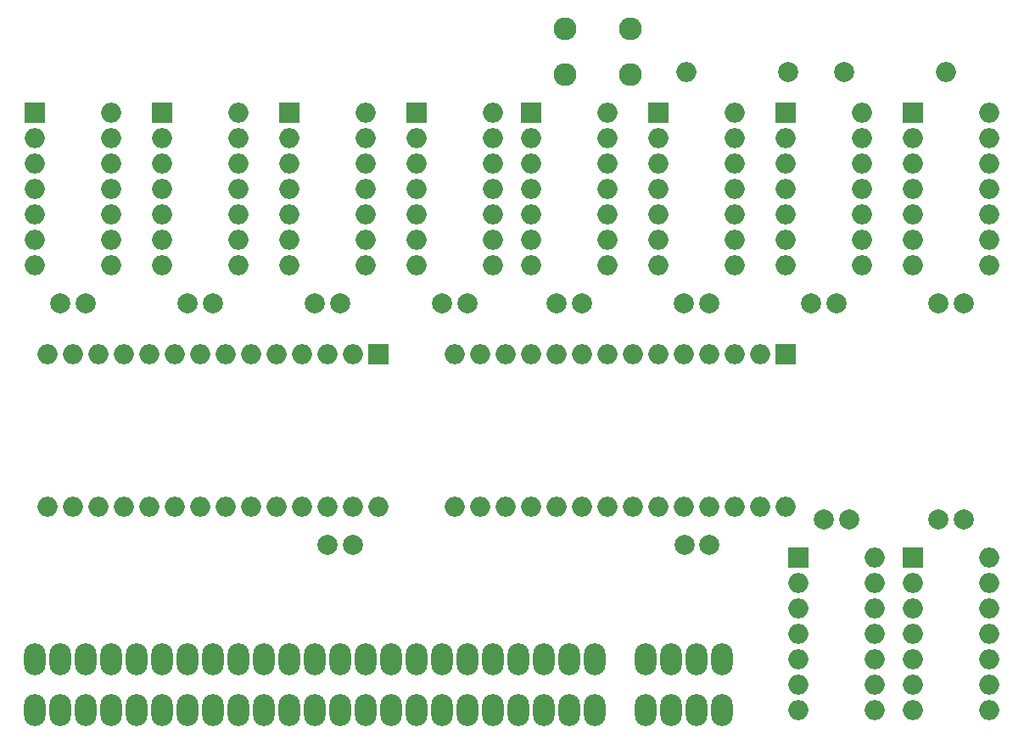
<source format=gbs>
G04 #@! TF.FileFunction,Soldermask,Bot*
%FSLAX46Y46*%
G04 Gerber Fmt 4.6, Leading zero omitted, Abs format (unit mm)*
G04 Created by KiCad (PCBNEW 4.0.5) date 09/11/17 10:35:41*
%MOMM*%
%LPD*%
G01*
G04 APERTURE LIST*
%ADD10C,0.100000*%
%ADD11R,2.000000X2.000000*%
%ADD12O,2.000000X2.000000*%
%ADD13C,2.000000*%
%ADD14O,2.127200X3.200000*%
%ADD15C,2.279600*%
G04 APERTURE END LIST*
D10*
D11*
X148590000Y-74930000D03*
D12*
X156210000Y-90170000D03*
X148590000Y-77470000D03*
X156210000Y-87630000D03*
X148590000Y-80010000D03*
X156210000Y-85090000D03*
X148590000Y-82550000D03*
X156210000Y-82550000D03*
X148590000Y-85090000D03*
X156210000Y-80010000D03*
X148590000Y-87630000D03*
X156210000Y-77470000D03*
X148590000Y-90170000D03*
X156210000Y-74930000D03*
D13*
X88900000Y-93980000D03*
X91400000Y-93980000D03*
X101600000Y-93980000D03*
X104100000Y-93980000D03*
X114300000Y-93980000D03*
X116800000Y-93980000D03*
X127000000Y-93980000D03*
X129500000Y-93980000D03*
X138430000Y-93980000D03*
X140930000Y-93980000D03*
X151130000Y-93980000D03*
X153630000Y-93980000D03*
X163830000Y-93980000D03*
X166330000Y-93980000D03*
X176530000Y-93980000D03*
X179030000Y-93980000D03*
X165100000Y-115570000D03*
X167600000Y-115570000D03*
X153670000Y-118110000D03*
X151170000Y-118110000D03*
X176530000Y-115570000D03*
X179030000Y-115570000D03*
X115570000Y-118110000D03*
X118070000Y-118110000D03*
D11*
X86360000Y-74930000D03*
D12*
X93980000Y-90170000D03*
X86360000Y-77470000D03*
X93980000Y-87630000D03*
X86360000Y-80010000D03*
X93980000Y-85090000D03*
X86360000Y-82550000D03*
X93980000Y-82550000D03*
X86360000Y-85090000D03*
X93980000Y-80010000D03*
X86360000Y-87630000D03*
X93980000Y-77470000D03*
X86360000Y-90170000D03*
X93980000Y-74930000D03*
D11*
X99060000Y-74930000D03*
D12*
X106680000Y-90170000D03*
X99060000Y-77470000D03*
X106680000Y-87630000D03*
X99060000Y-80010000D03*
X106680000Y-85090000D03*
X99060000Y-82550000D03*
X106680000Y-82550000D03*
X99060000Y-85090000D03*
X106680000Y-80010000D03*
X99060000Y-87630000D03*
X106680000Y-77470000D03*
X99060000Y-90170000D03*
X106680000Y-74930000D03*
D11*
X111760000Y-74930000D03*
D12*
X119380000Y-90170000D03*
X111760000Y-77470000D03*
X119380000Y-87630000D03*
X111760000Y-80010000D03*
X119380000Y-85090000D03*
X111760000Y-82550000D03*
X119380000Y-82550000D03*
X111760000Y-85090000D03*
X119380000Y-80010000D03*
X111760000Y-87630000D03*
X119380000Y-77470000D03*
X111760000Y-90170000D03*
X119380000Y-74930000D03*
D11*
X124460000Y-74930000D03*
D12*
X132080000Y-90170000D03*
X124460000Y-77470000D03*
X132080000Y-87630000D03*
X124460000Y-80010000D03*
X132080000Y-85090000D03*
X124460000Y-82550000D03*
X132080000Y-82550000D03*
X124460000Y-85090000D03*
X132080000Y-80010000D03*
X124460000Y-87630000D03*
X132080000Y-77470000D03*
X124460000Y-90170000D03*
X132080000Y-74930000D03*
D11*
X135890000Y-74930000D03*
D12*
X143510000Y-90170000D03*
X135890000Y-77470000D03*
X143510000Y-87630000D03*
X135890000Y-80010000D03*
X143510000Y-85090000D03*
X135890000Y-82550000D03*
X143510000Y-82550000D03*
X135890000Y-85090000D03*
X143510000Y-80010000D03*
X135890000Y-87630000D03*
X143510000Y-77470000D03*
X135890000Y-90170000D03*
X143510000Y-74930000D03*
D11*
X161290000Y-74930000D03*
D12*
X168910000Y-90170000D03*
X161290000Y-77470000D03*
X168910000Y-87630000D03*
X161290000Y-80010000D03*
X168910000Y-85090000D03*
X161290000Y-82550000D03*
X168910000Y-82550000D03*
X161290000Y-85090000D03*
X168910000Y-80010000D03*
X161290000Y-87630000D03*
X168910000Y-77470000D03*
X161290000Y-90170000D03*
X168910000Y-74930000D03*
D11*
X173990000Y-74930000D03*
D12*
X181610000Y-90170000D03*
X173990000Y-77470000D03*
X181610000Y-87630000D03*
X173990000Y-80010000D03*
X181610000Y-85090000D03*
X173990000Y-82550000D03*
X181610000Y-82550000D03*
X173990000Y-85090000D03*
X181610000Y-80010000D03*
X173990000Y-87630000D03*
X181610000Y-77470000D03*
X173990000Y-90170000D03*
X181610000Y-74930000D03*
D11*
X162560000Y-119380000D03*
D12*
X170180000Y-134620000D03*
X162560000Y-121920000D03*
X170180000Y-132080000D03*
X162560000Y-124460000D03*
X170180000Y-129540000D03*
X162560000Y-127000000D03*
X170180000Y-127000000D03*
X162560000Y-129540000D03*
X170180000Y-124460000D03*
X162560000Y-132080000D03*
X170180000Y-121920000D03*
X162560000Y-134620000D03*
X170180000Y-119380000D03*
D11*
X173990000Y-119380000D03*
D12*
X181610000Y-134620000D03*
X173990000Y-121920000D03*
X181610000Y-132080000D03*
X173990000Y-124460000D03*
X181610000Y-129540000D03*
X173990000Y-127000000D03*
X181610000Y-127000000D03*
X173990000Y-129540000D03*
X181610000Y-124460000D03*
X173990000Y-132080000D03*
X181610000Y-121920000D03*
X173990000Y-134620000D03*
X181610000Y-119380000D03*
D14*
X86360000Y-134620000D03*
X88900000Y-134620000D03*
X91440000Y-134620000D03*
X93980000Y-134620000D03*
X96520000Y-134620000D03*
X99060000Y-134620000D03*
X101600000Y-134620000D03*
X104140000Y-134620000D03*
X86360000Y-129540000D03*
X88900000Y-129540000D03*
X91440000Y-129540000D03*
X93980000Y-129540000D03*
X96520000Y-129540000D03*
X99060000Y-129540000D03*
X101600000Y-129540000D03*
X104140000Y-129540000D03*
X154940000Y-129540000D03*
X154940000Y-134620000D03*
X152400000Y-129540000D03*
X152400000Y-134620000D03*
X149860000Y-129540000D03*
X149860000Y-134620000D03*
X147320000Y-129540000D03*
X147320000Y-134620000D03*
X142240000Y-129540000D03*
X142240000Y-134620000D03*
X139700000Y-129540000D03*
X139700000Y-134620000D03*
X137160000Y-129540000D03*
X137160000Y-134620000D03*
X134620000Y-129540000D03*
X134620000Y-134620000D03*
X132080000Y-129540000D03*
X132080000Y-134620000D03*
X129540000Y-129540000D03*
X129540000Y-134620000D03*
X127000000Y-129540000D03*
X127000000Y-134620000D03*
X124460000Y-129540000D03*
X124460000Y-134620000D03*
X121920000Y-129540000D03*
X121920000Y-134620000D03*
X119380000Y-129540000D03*
X119380000Y-134620000D03*
X116840000Y-129540000D03*
X116840000Y-134620000D03*
X114300000Y-129540000D03*
X114300000Y-134620000D03*
X111760000Y-129540000D03*
X111760000Y-134620000D03*
X109220000Y-129540000D03*
X109220000Y-134620000D03*
X106680000Y-129540000D03*
X106680000Y-134620000D03*
D13*
X167132000Y-70866000D03*
D12*
X177292000Y-70866000D03*
D13*
X161544000Y-70866000D03*
D12*
X151384000Y-70866000D03*
D15*
X139242800Y-66573400D03*
X145745200Y-66573400D03*
X139242800Y-71094600D03*
X145745200Y-71094600D03*
D11*
X120650000Y-99060000D03*
D12*
X87630000Y-114300000D03*
X118110000Y-99060000D03*
X90170000Y-114300000D03*
X115570000Y-99060000D03*
X92710000Y-114300000D03*
X113030000Y-99060000D03*
X95250000Y-114300000D03*
X110490000Y-99060000D03*
X97790000Y-114300000D03*
X107950000Y-99060000D03*
X100330000Y-114300000D03*
X105410000Y-99060000D03*
X102870000Y-114300000D03*
X102870000Y-99060000D03*
X105410000Y-114300000D03*
X100330000Y-99060000D03*
X107950000Y-114300000D03*
X97790000Y-99060000D03*
X110490000Y-114300000D03*
X95250000Y-99060000D03*
X113030000Y-114300000D03*
X92710000Y-99060000D03*
X115570000Y-114300000D03*
X90170000Y-99060000D03*
X118110000Y-114300000D03*
X87630000Y-99060000D03*
X120650000Y-114300000D03*
D11*
X161290000Y-99060000D03*
D12*
X128270000Y-114300000D03*
X158750000Y-99060000D03*
X130810000Y-114300000D03*
X156210000Y-99060000D03*
X133350000Y-114300000D03*
X153670000Y-99060000D03*
X135890000Y-114300000D03*
X151130000Y-99060000D03*
X138430000Y-114300000D03*
X148590000Y-99060000D03*
X140970000Y-114300000D03*
X146050000Y-99060000D03*
X143510000Y-114300000D03*
X143510000Y-99060000D03*
X146050000Y-114300000D03*
X140970000Y-99060000D03*
X148590000Y-114300000D03*
X138430000Y-99060000D03*
X151130000Y-114300000D03*
X135890000Y-99060000D03*
X153670000Y-114300000D03*
X133350000Y-99060000D03*
X156210000Y-114300000D03*
X130810000Y-99060000D03*
X158750000Y-114300000D03*
X128270000Y-99060000D03*
X161290000Y-114300000D03*
M02*

</source>
